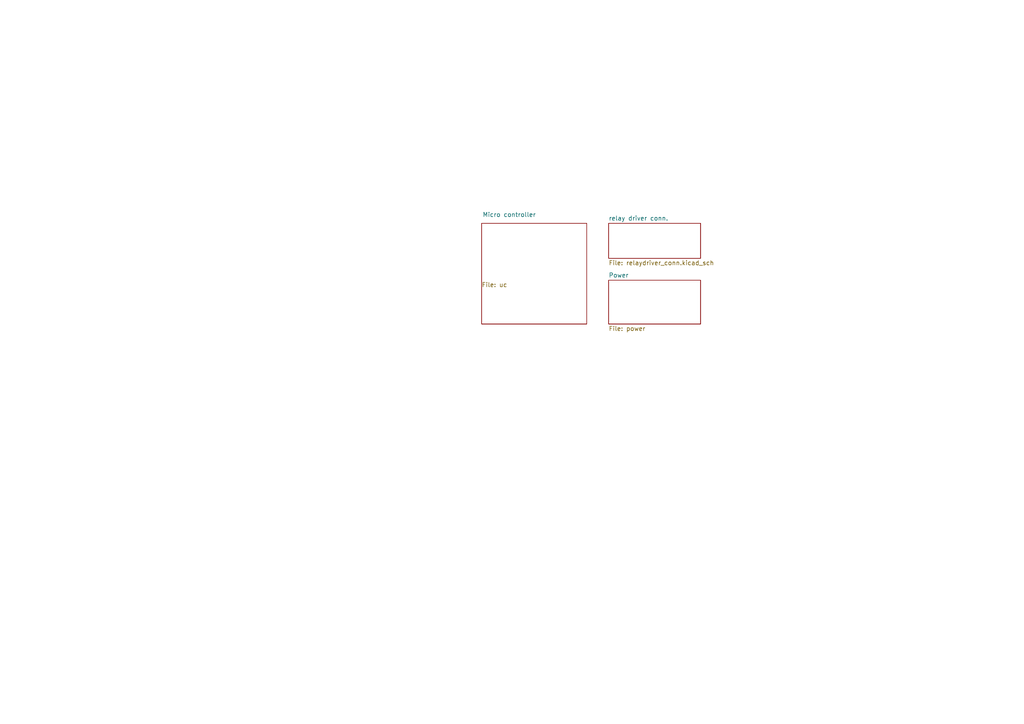
<source format=kicad_sch>
(kicad_sch
	(version 20231120)
	(generator "eeschema")
	(generator_version "8.0")
	(uuid "306a6b43-7d55-4775-b9b2-7e11d4adeb89")
	(paper "A4")
	(lib_symbols)
	(sheet
		(at 139.7 64.77)
		(size 30.48 29.21)
		(stroke
			(width 0.1524)
			(type solid)
		)
		(fill
			(color 0 0 0 0.0000)
		)
		(uuid "085a08a9-b790-4fa3-b2eb-a8448c2aeb5d")
		(property "Sheetname" "Micro controller"
			(at 139.954 62.992 0)
			(effects
				(font
					(size 1.27 1.27)
				)
				(justify left bottom)
			)
		)
		(property "Sheetfile" "uc"
			(at 139.7 81.8646 0)
			(effects
				(font
					(size 1.27 1.27)
				)
				(justify left top)
			)
		)
		(instances
			(project "Power Pcb"
				(path "/a4ff6fce-538e-4dc3-b65a-c825f7e52b6f/17cefe33-1019-41c0-b394-f7bf4079f83f"
					(page "4")
				)
			)
		)
	)
	(sheet
		(at 176.53 64.77)
		(size 26.67 10.16)
		(fields_autoplaced yes)
		(stroke
			(width 0.1524)
			(type solid)
		)
		(fill
			(color 0 0 0 0.0000)
		)
		(uuid "090345b4-62b5-4be4-b0cd-7fba640bcbad")
		(property "Sheetname" "relay driver conn."
			(at 176.53 64.0584 0)
			(effects
				(font
					(size 1.27 1.27)
				)
				(justify left bottom)
			)
		)
		(property "Sheetfile" "relaydriver_conn.kicad_sch"
			(at 176.53 75.5146 0)
			(effects
				(font
					(size 1.27 1.27)
				)
				(justify left top)
			)
		)
		(instances
			(project "Power Pcb"
				(path "/a4ff6fce-538e-4dc3-b65a-c825f7e52b6f/17cefe33-1019-41c0-b394-f7bf4079f83f"
					(page "5")
				)
			)
		)
	)
	(sheet
		(at 176.53 81.28)
		(size 26.67 12.7)
		(fields_autoplaced yes)
		(stroke
			(width 0.1524)
			(type solid)
		)
		(fill
			(color 0 0 0 0.0000)
		)
		(uuid "90bc9bd4-4505-4bff-987f-9ae96cf19643")
		(property "Sheetname" "Power"
			(at 176.53 80.5684 0)
			(effects
				(font
					(size 1.27 1.27)
				)
				(justify left bottom)
			)
		)
		(property "Sheetfile" "power"
			(at 176.53 94.5646 0)
			(effects
				(font
					(size 1.27 1.27)
				)
				(justify left top)
			)
		)
		(instances
			(project "Power Pcb"
				(path "/a4ff6fce-538e-4dc3-b65a-c825f7e52b6f/17cefe33-1019-41c0-b394-f7bf4079f83f"
					(page "3")
				)
			)
		)
	)
)
</source>
